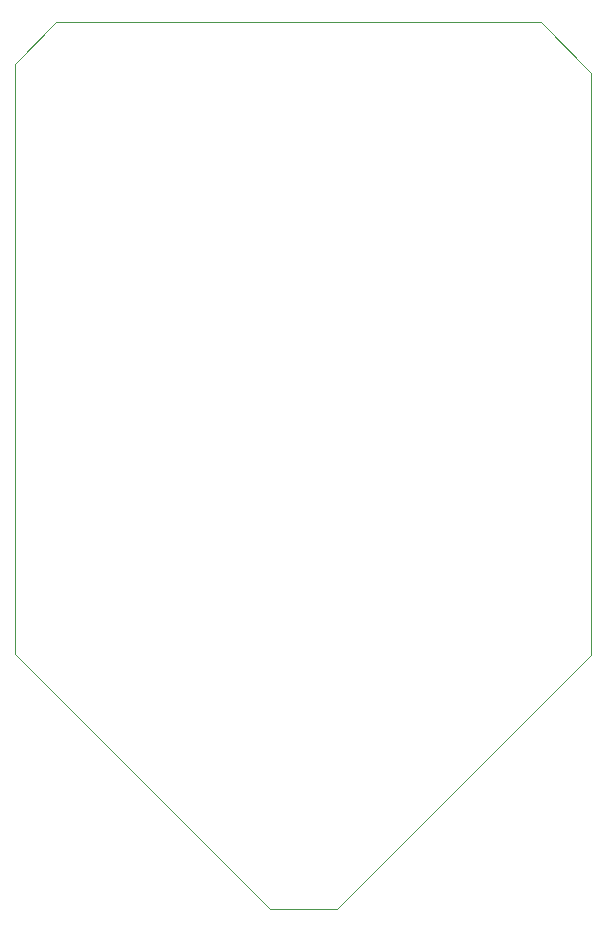
<source format=gbr>
G04 (created by PCBNEW (2013-may-18)-stable) date Thu 08 Oct 2015 06:06:15 PM EEST*
%MOIN*%
G04 Gerber Fmt 3.4, Leading zero omitted, Abs format*
%FSLAX34Y34*%
G01*
G70*
G90*
G04 APERTURE LIST*
%ADD10C,0.00590551*%
%ADD11C,0.00393701*%
G04 APERTURE END LIST*
G54D10*
G54D11*
X77637Y-24488D02*
X77440Y-24488D01*
X79330Y-26181D02*
X77637Y-24488D01*
X79330Y-45590D02*
X79330Y-26181D01*
X70866Y-54055D02*
X79330Y-45590D01*
X68622Y-54055D02*
X70866Y-54055D01*
X60118Y-45551D02*
X68622Y-54055D01*
X60118Y-44448D02*
X60118Y-45551D01*
X60118Y-25866D02*
X60118Y-44448D01*
X61496Y-24488D02*
X60118Y-25866D01*
X77440Y-24488D02*
X61496Y-24488D01*
M02*

</source>
